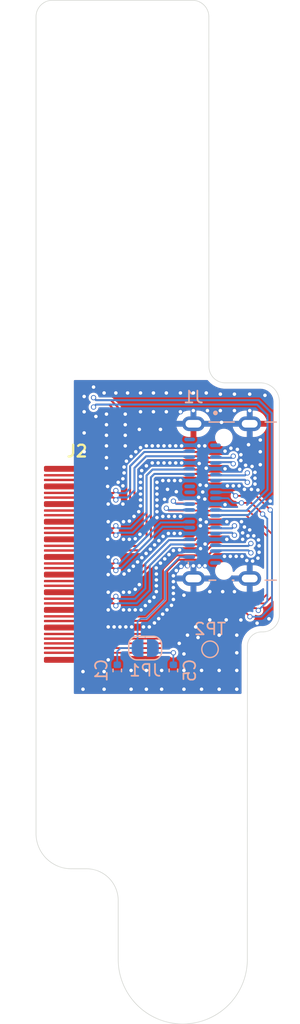
<source format=kicad_pcb>
(kicad_pcb (version 20240108) (generator "pcbnew") (generator_version "8.0")
  (layers (0 "F.Cu" signal) (1 "In1.Cu" signal) (2 "In2.Cu" signal) (31 "B.Cu" signal) (34 "B.Paste" user) (35 "F.Paste" user) (36 "B.SilkS" user "B.Silkscreen") (37 "F.SilkS" user "F.Silkscreen") (38 "B.Mask" user) (39 "F.Mask" user) (44 "Edge.Cuts" user))
  (net 0 "")
  (net 1 "GND")
  (net 2 "3.3V_OPT")
  (net 3 "CLKREQ")
  (net 4 "TX3-")
  (net 5 "TX2-")
  (net 7 "RX3+")
  (net 8 "CLOCK-")
  (net 9 "SMB-")
  (net 10 "TX1-")
  (net 12 "RX0-")
  (net 13 "TX0-")
  (net 14 "TX2+")
  (net 15 "CLOCK+")
  (net 16 "TX1+")
  (net 17 "RX0+")
  (net 18 "RX2+")
  (net 20 "PEWAKE")
  (net 21 "TX0+")
  (net 22 "PEDET")
  (net 23 "SMB+")
  (net 24 "RX3-")
  (net 25 "TX3+")
  (net 26 "PERST")
  (net 27 "RX1+")
  (net 28 "RX1-")
  (net 29 "RX2-")
  (net 30 "3.3V")
  (footprint "" (layer "F.Cu") (at 187.1 68.8)
    (property "Reference" "")
    (property "Value" "")
  )
  (footprint "" (layer "F.Cu") (at 192.2 145.571829)
    (property "Reference" "")
    (property "Value" "")
  )
  (footprint "flex_connector:port_pcb" (layer "B.Cu") (at 182.876212 99 180)
    (property "Reference" "J2")
    (property "Value" "Conn_01x38_Pin")
  )
  (footprint "amphenol_oculink:AMPHENOL_G14A42121B12HR" (layer "B.Cu") (at 195.7 106.6 -90)
    (property "Reference" "J1")
    (property "Value" "G14A42121B12HR")
  )
  (footprint "TestPoint:TestPoint_Pad_D1.0mm" (layer "B.Cu") (at 194.52 119.2 180)
    (property "Reference" "TP2")
    (property "Value" "TP_GND_2")
  )
  (footprint "Jumper:SolderJumper-2_P1.3mm_Open_RoundedPad1.0x1.5mm" (layer "B.Cu") (at 189 119.1)
    (property "Reference" "JP1")
    (property "Value" "SolderJumper_2_Open")
  )
  (footprint "Capacitor_SMD:C_0402_1005Metric" (layer "B.Cu") (at 191.4 121 -90)
    (property "Reference" "C5")
    (property "Value" "100n")
  )
  (footprint "Capacitor_SMD:C_0402_1005Metric" (layer "B.Cu") (at 186.62 121 -90)
    (property "Reference" "C1")
    (property "Value" "100n")
  )
  (gr_line (start 187.625 112.5) (end 190.675 109.45) (stroke (width 0.2)) (layer "F.Cu") (net 1))
  (gr_line (start 179.7 100.371829) (end 179.699998 65.399998) (stroke (width 0.05)) (layer "Edge.Cuts"))
  (gr_arc (start 179.699998 65.399998) (mid 180.110049 64.410049) (end 181.099998 63.999998) (stroke (width 0.05)) (layer "Edge.Cuts"))
  (gr_arc (start 197.705 118.925) (mid 198.056472 118.076473) (end 198.905 117.725) (stroke (width 0.05)) (layer "Edge.Cuts"))
  (gr_line (start 198.905 117.725) (end 199.005 117.725) (stroke (width 0.05)) (layer "Edge.Cuts"))
  (gr_line (start 186.7 145.571829) (end 186.7 140.571829) (stroke (width 0.05)) (layer "Edge.Cuts"))
  (gr_line (start 179.7 134.871829) (end 179.7 100.371829) (stroke (width 0.05)) (layer "Edge.Cuts"))
  (gr_line (start 197.7 141.871829) (end 197.7 145.571829) (stroke (width 0.05)) (layer "Edge.Cuts"))
  (gr_arc (start 197.7 145.571829) (mid 192.2 151.071829) (end 186.7 145.571829) (stroke (width 0.05)) (layer "Edge.Cuts"))
  (gr_arc (start 182.7 137.871829) (mid 180.57868 136.993149) (end 179.7 134.871829) (stroke (width 0.05)) (layer "Edge.Cuts"))
  (gr_arc (start 195.825 96.54) (mid 194.835051 96.129949) (end 194.425 95.14) (stroke (width 0.05)) (layer "Edge.Cuts"))
  (gr_line (start 197.7 141.871829) (end 197.705 118.925) (stroke (width 0.05)) (layer "Edge.Cuts"))
  (gr_arc (start 200.43 116.3) (mid 200.012628 117.307628) (end 199.005 117.725) (stroke (width 0.05)) (layer "Edge.Cuts"))
  (gr_line (start 194.425 95.14) (end 194.420051 65.4) (stroke (width 0.05)) (layer "Edge.Cuts"))
  (gr_arc (start 193.020051 64) (mid 194.01 64.410051) (end 194.420051 65.4) (stroke (width 0.05)) (layer "Edge.Cuts"))
  (gr_arc (start 198.825 96.54) (mid 199.956361 97.008631) (end 200.425 98.14) (stroke (width 0.05)) (layer "Edge.Cuts"))
  (gr_line (start 181.099998 63.999998) (end 193.020051 64) (stroke (width 0.05)) (layer "Edge.Cuts"))
  (gr_arc (start 184 137.871829) (mid 185.909188 138.662641) (end 186.7 140.571829) (stroke (width 0.05)) (layer "Edge.Cuts"))
  (gr_line (start 200.425 98.14) (end 200.43 116.3) (stroke (width 0.05)) (layer "Edge.Cuts"))
  (gr_line (start 184 137.871829) (end 182.7 137.871829) (stroke (width 0.05)) (layer "Edge.Cuts"))
  (gr_line (start 198.825 96.54) (end 195.825 96.54) (stroke (width 0.05)) (layer "Edge.Cuts"))
  (via (at 191.975 109.35) (size 0.45) (drill 0.3) (layers "F.Cu" "B.Cu") (net 1))
  (via (at 195.4 98.9) (size 0.45) (drill 0.3) (layers "F.Cu" "B.Cu") (net 1))
  (via (at 198.15 111.7) (size 0.45) (drill 0.3) (layers "F.Cu" "B.Cu") (net 1))
  (via (at 190.5 104.85) (size 0.45) (drill 0.3) (layers "F.Cu" "B.Cu") (net 1))
  (via (at 185.85 111.35) (size 0.45) (drill 0.3) (layers "F.Cu" "B.Cu") (net 1))
  (via (at 197.9 98.9) (size 0.45) (drill 0.3) (layers "F.Cu" "B.Cu") (net 1))
  (via (at 191.925 110.75) (size 0.45) (drill 0.3) (layers "F.Cu" "B.Cu") (net 1))
  (via (at 188.6 107) (size 0.45) (drill 0.3) (layers "F.Cu" "B.Cu") (net 1))
  (via (at 187.2 104.2) (size 0.45) (drill 0.3) (layers "F.Cu" "B.Cu") (net 1))
  (via (at 190.65 106.45) (size 0.45) (drill 0.3) (layers "F.Cu" "B.Cu") (net 1))
  (via (at 190.4 121) (size 0.45) (drill 0.3) (layers "F.Cu" "B.Cu") (net 1))
  (via (at 187.9875 112.1375) (size 0.45) (drill 0.3) (layers "F.Cu" "B.Cu") (net 1))
  (via (at 191.9 118.7) (size 0.45) (drill 0.3) (layers "F.Cu" "B.Cu") (net 1))
  (via (at 192.05 112.15) (size 0.45) (drill 0.3) (layers "F.Cu" "B.Cu") (net 1))
  (via (at 187.8 121) (size 0.45) (drill 0.3) (layers "F.Cu" "B.Cu") (net 1))
  (via (at 189.6 101.9) (size 0.45) (drill 0.3) (layers "F.Cu" "B.Cu") (net 1))
  (via (at 197.15 116.71) (size 0.45) (drill 0.3) (layers "F.Cu" "B.Cu") (net 1))
  (via (at 190.525 109.6) (size 0.45) (drill 0.3) (layers "F.Cu" "B.Cu") (net 1))
  (via (at 191.6 101.9) (size 0.45) (drill 0.3) (layers "F.Cu" "B.Cu") (net 1))
  (via (at 190.4875 116.2125) (size 0.45) (drill 0.3) (layers "F.Cu" "B.Cu") (net 1))
  (via (at 193.1 98.9) (size 0.45) (drill 0.3) (layers "F.Cu" "B.Cu") (net 1))
  (via (at 186.7 105) (size 0.45) (drill 0.3) (layers "F.Cu" "B.Cu") (net 1))
  (via (at 192 97.4) (size 0.45) (drill 0.3) (layers "F.Cu" "B.Cu") (net 1))
  (via (at 193.55 106.275) (size 0.45) (drill 0.3) (layers "F.Cu" "B.Cu") (net 1))
  (via (at 193.8 121) (size 0.45) (drill 0.3) (layers "F.Cu" "B.Cu") (net 1))
  (via (at 194.1 112.1) (size 0.45) (drill 0.3) (layers "F.Cu" "B.Cu") (net 1))
  (via (at 185.85 120.1) (size 0.45) (drill 0.3) (layers "F.Cu" "B.Cu") (net 1))
  (via (at 195.3 122.6) (size 0.45) (drill 0.3) (layers "F.Cu" "B.Cu") (net 1))
  (via (at 193.575 101.9) (size 0.45) (drill 0.3) (layers "F.Cu" "B.Cu") (net 1))
  (via (at 189.375 115.125) (size 0.45) (drill 0.3) (layers "F.Cu" "B.Cu") (net 1))
  (via (at 188.7 104) (size 0.45) (drill 0.3) (layers "F.Cu" "B.Cu") (net 1))
  (via (at 196.8 121) (size 0.45) (drill 0.3) (layers "F.Cu" "B.Cu") (net 1))
  (via (at 193.1 97.4) (size 0.45) (drill 0.3) (layers "F.Cu" "B.Cu") (net 1))
  (via (at 183.7 122.6) (size 0.45) (drill 0.3) (layers "F.Cu" "B.Cu") (net 1))
  (via (at 188.6 104.5) (size 0.45) (drill 0.3) (layers "F.Cu" "B.Cu") (net 1))
  (via (at 194.5 114.3) (size 0.45) (drill 0.3) (layers "F.Cu" "B.Cu") (net 1))
  (via (at 191.4 113.45) (size 0.45) (drill 0.3) (layers "F.Cu" "B.Cu") (net 1))
  (via (at 189.1 122.6) (size 0.45) (drill 0.3) (layers "F.Cu" "B.Cu") (net 1))
  (via (at 193.9 105.825) (size 0.45) (drill 0.3) (layers "F.Cu" "B.Cu") (net 1))
  (via (at 193.5 118.2) (size 0.45) (drill 0.3) (layers "F.Cu" "B.Cu") (net 1))
  (via (at 197.2 108.35) (size 0.45) (drill 0.3) (layers "F.Cu" "B.Cu") (net 1))
  (via (at 196.8 122.6) (size 0.45) (drill 0.3) (layers "F.Cu" "B.Cu") (net 1))
  (via (at 193.6 103.4) (size 0.45) (drill 0.3) (layers "F.Cu" "B.Cu") (net 1))
  (via (at 198.65 109.9) (size 0.45) (drill 0.3) (layers "F.Cu" "B.Cu") (net 1))
  (via (at 185.7 99.2) (size 0.45) (drill 0.3) (layers "F.Cu" "B.Cu") (net 1))
  (via (at 190.85 115.85) (size 0.45) (drill 0.3) (layers "F.Cu" "B.Cu") (net 1))
  (via (at 197.45 105.6) (size 0.45) (drill 0.3) (layers "F.Cu" "B.Cu") (net 1))
  (via (at 198.53 116.98) (size 0.45) (drill 0.3) (layers "F.Cu" "B.Cu") (net 1))
  (via (at 185.85 117.3) (size 0.45) (drill 0.3) (layers "F.Cu" "B.Cu") (net 1))
  (via (at 194.3 98.9) (size 0.45) (drill 0.3) (layers "F.Cu" "B.Cu") (net 1))
  (via (at 197.9 97.5) (size 0.45) (drill 0.3) (layers "F.Cu" "B.Cu") (net 1))
  (via (at 198.7 110.4) (size 0.45) (drill 0.3) (layers "F.Cu" "B.Cu") (net 1))
  (via (at 188.6 97.4) (size 0.45) (drill 0.3) (layers "F.Cu" "B.Cu") (net 1))
  (via (at 192 107.9) (size 0.45) (drill 0.3) (layers "F.Cu" "B.Cu") (net 1))
  (via (at 185.85 112.85) (size 0.45) (drill 0.3) (layers "F.Cu" "B.Cu") (net 1))
  (via (at 186.5 97.4) (size 0.45) (drill 0.3) (layers "F.Cu" "B.Cu") (net 1))
  (via (at 192 99) (size 0.45) (drill 0.3) (layers "F.Cu" "B.Cu") (net 1))
  (via (at 191.4 113.95) (size 0.45) (drill 0.3) (layers "F.Cu" "B.Cu") (net 1))
  (via (at 191.1 101.9) (size 0.45) (drill 0.3) (layers "F.Cu" "B.Cu") (net 1))
  (via (at 198.6 111.45) (size 0.45) (drill 0.3) (layers "F.Cu" "B.Cu") (net 1))
  (via (at 187.65 115.85) (size 0.45) (drill 0.3) (layers "F.Cu" "B.Cu") (net 1))
  (via (at 187.8 102.8) (size 0.45) (drill 0.3) (layers "F.Cu" "B.Cu") (net 1))
  (via (at 189.1 121) (size 0.45) (drill 0.3) (layers "F.Cu" "B.Cu") (net 1))
  (via (at 198.35 104.65) (size 0.45) (drill 0.3) (layers "F.Cu" "B.Cu") (net 1))
  (via (at 185.85 114.35) (size 0.45) (drill 0.3) (layers "F.Cu" "B.Cu") (net 1))
  (via (at 190.975 109.35) (size 0.45) (drill 0.3) (layers "F.Cu" "B.Cu") (net 1))
  (via (at 187.2 103.7) (size 0.45) (drill 0.3) (layers "F.Cu" "B.Cu") (net 1))
  (via (at 188.6 99) (size 0.45) (drill 0.3) (layers "F.Cu" "B.Cu") (net 1))
  (via (at 194.1 110.25) (size 0.45) (drill 0.3) (layers "F.Cu" "B.Cu") (net 1))
  (via (at 189.95 114.3) (size 0.45) (drill 0.3) (layers "F.Cu" "B.Cu") (net 1))
  (via (at 190.1 101.9) (size 0.45) (drill 0.3) (layers "F.Cu" "B.Cu") (net 1))
  (via (at 183.8 100.8) (size 0.45) (drill 0.3) (layers "F.Cu" "B.Cu") (net 1))
  (via (at 191.1 103.35) (size 0.45) (drill 0.3) (layers "F.Cu" "B.Cu") (net 1))
  (via (at 187.4 103.2) (size 0.45) (drill 0.3) (layers "F.Cu" "B.Cu") (net 1))
  (via (at 189.95 112.8) (size 0.45) (drill 0.3) (layers "F.Cu" "B.Cu") (net 1))
  (via (at 187.5 97.4) (size 0.45) (drill 0.3) (layers "F.Cu" "B.Cu") (net 1))
  (via (at 192.6 112.1) (size 0.45) (drill 0.3) (layers "F.Cu" "B.Cu") (net 1))
  (via (at 194.2 103.8) (size 0.45) (drill 0.3) (layers "F.Cu" "B.Cu") (net 1))
  (via (at 188.45 107.5) (size 0.45) (drill 0.3) (layers "F.Cu" "B.Cu") (net 1))
  (via (at 191.2375 115.4625) (size 0.45) (drill 0.3) (layers "F.Cu" "B.Cu") (net 1))
  (via (at 191.025 111.15) (size 0.45) (drill 0.3) (layers "F.Cu" "B.Cu") (net 1))
  (via (at 187.35 117.3) (size 0.45) (drill 0.3) (layers "F.Cu" "B.Cu") (net 1))
  (via (at 196.8 118) (size 0.45) (drill 0.3) (layers "F.Cu" "B.Cu") (net 1))
  (via (at 197.3 109.85) (size 0.45) (drill 0.3) (layers "F.Cu" "B.Cu") (net 1))
  (via (at 190 106) (size 0.45) (drill 0.3) (layers "F.Cu" "B.Cu") (net 1))
  (via (at 190.1 103.35) (size 0.45) (drill 0.3) (layers "F.Cu" "B.Cu") (net 1))
  (via (at 196.75 111.3) (size 0.45) (drill 0.3) (layers "F.Cu" "B.Cu") (net 1))
  (via (at 194.5 116.7) (size 0.45) (drill 0.3) (layers "F.Cu" "B.Cu") (net 1))
  (via (at 190.4 122.6) (size 0.45) (drill 0.3) (layers "F.Cu" "B.Cu") (net 1))
  (via (at 185.5 122.6) (size 0.45) (drill 0.3) (layers "F.Cu" "B.Cu") (net 1))
  (via (at 198.6 105.65) (size 0.45) (drill 0.3) (layers "F.Cu" "B.Cu") (net 1))
  (via (at 197.55 103.55) (size 0.45) (drill 0.3) (layers "F.Cu" "B.Cu") (net 1))
  (via (at 187.1 105.3) (size 0.45) (drill 0.3) (layers "F.Cu" "B.Cu") (net 1))
  (via (at 195.8 102.35) (size 0.45) (drill 0.3) (layers "F.Cu" "B.Cu") (net 1))
  (via (at 188.15 109.8) (size 0.45) (drill 0.3) (layers "F.Cu" "B.Cu") (net 1))
  (via (at 185.7 100.1) (size 0.45) (drill 0.3) (layers "F.Cu" "B.Cu") (net 1))
  (via (at 188.65 115.85) (size 0.45) (drill 0.3) (layers "F.Cu" "B.Cu") (net 1))
  (via (at 187.15 109.85) (size 0.45) (drill 0.3) (layers "F.Cu" "B.Cu") (net 1))
  (via (at 192.3 119.6) (size 0.45) (drill 0.3) (layers "F.Cu" "B.Cu") (net 1))
  (via (at 189.35 117.3) (size 0.45) (drill 0.3) (layers "F.Cu" "B.Cu") (net 1))
  (via (at 189.7875 116.9625) (size 0.45) (drill 0.3) (layers "F.Cu" "B.Cu") (net 1))
  (via (at 199.65 106.6) (size 0.45) (drill 0.3) (layers "F.Cu" "B.Cu") (net 1))
  (via (at 187.3 101) (size 0.45) (drill 0.3) (layers "F.Cu" "B.Cu") (net 1))
  (via (at 187.15 114.35) (size 0.45) (drill 0.3) (layers "F.Cu" "B.Cu") (net 1))
  (via (at 190.15 116.6) (size 0.45) (drill 0.3) (layers "F.Cu" "B.Cu") (net 1))
  (via (at 184.8 99.4) (size 0.45) (drill 0.3) (layers "F.Cu" "B.Cu") (net 1))
  (via (at 188.15 115.85) (size 0.45) (drill 0.3) (layers "F.Cu" "B.Cu") (net 1))
  (via (at 190 107.5) (size 0.45) (drill 0.3) (layers "F.Cu" "B.Cu") (net 1))
  (via (at 197 105.3) (size 0.45) (drill 0.3) (layers "F.Cu" "B.Cu") (net 1))
  (via (at 192.6 118) (size 0.45) (drill 0.3) (layers "F.Cu" "B.Cu") (net 1))
  (via (at 190.6 103.35) (size 0.45) (drill 0.3) (layers "F.Cu" "B.Cu") (net 1))
  (via (at 187.85 117.3) (size 0.45) (drill 0.3) (layers "F.Cu" "B.Cu") (net 1))
  (via (at 189.0125 115.4875) (size 0.45) (drill 0.3) (layers "F.Cu" "B.Cu") (net 1))
  (via (at 197.25 111.3) (size 0.45) (drill 0.3) (layers "F.Cu" "B.Cu") (net 1))
  (via (at 189.7 97.4) (size 0.45) (drill 0.3) (layers "F.Cu" "B.Cu") (net 1))
  (via (at 193.1 112.1) (size 0.45) (drill 0.3) (layers "F.Cu" "B.Cu") (net 1))
  (via (at 194.2 97.4) (size 0.45) (drill 0.3) (layers "F.Cu" "B.Cu") (net 1))
  (via (at 187.65 114.35) (size 0.45) (drill 0.3) (layers "F.Cu" "B.Cu") (net 1))
  (via (at 189.95 113.3) (size 0.45) (drill 0.3) (layers "F.Cu" "B.Cu") (net 1))
  (via (at 187.15 108.35) (size 0.45) (drill 0.3) (layers "F.Cu" "B.Cu") (net 1))
  (via (at 197.65 111.65) (size 0.45) (drill 0.3) (layers "F.Cu" "B.Cu") (net 1))
  (via (at 189.95 113.8) (size 0.45) (drill 0.3) (layers "F.Cu" "B.Cu") (net 1))
  (via (at 189.075 111.05) (size 0.45) (drill 0.3) (layers "F.Cu" "B.Cu") (net 1))
  (via (at 191 107.9) (size 0.45) (drill 0.3) (layers "F.Cu" "B.Cu") (net 1))
  (via (at 190.3 111.875) (size 0.45) (drill 0.3) (layers "F.Cu" "B.Cu") (net 1))
  (via (at 185.7 103.8) (size 0.45) (drill 0.3) (layers "F.Cu" "B.Cu") (net 1))
  (via (at 193.3 117.3) (size 0.45) (drill 0.3) (layers "F.Cu" "B.Cu") (net 1))
  (via (at 196.25 111.3) (size 0.45) (drill 0.3) (layers "F.Cu" "B.Cu") (net 1))
  (via (at 191 104.85) (size 0.45) (drill 0.3) (layers "F.Cu" "B.Cu") (net 1))
  (via (at 195.75 111.3) (size 0.45) (drill 0.3) (layers "F.Cu" "B.Cu") (net 1))
  (via (at 189.6 103.35) (size 0.45) (drill 0.3) (layers "F.Cu" "B.Cu") (net 1))
  (via (at 189.75 114.775) (size 0.45) (drill 0.3) (layers "F.Cu" "B.Cu") (net 1))
  (via (at 191.4 112.95) (size 0.45) (drill 0.3) (layers "F.Cu" "B.Cu") (net 1))
  (via (at 185.5 121.1) (size 0.45) (drill 0.3) (layers "F.Cu" "B.Cu") (net 1))
  (via (at 191.4 110.8) (size 0.45) (drill 0.3) (layers "F.Cu" "B.Cu") (net 1))
  (via (at 194.2 105.275) (size 0.45) (drill 0.3) (layers "F.Cu" "B.Cu") (net 1))
  (via (at 184.6 96.9) (size 0.45) (drill 0.3) (layers "F.Cu" "B.Cu") (net 1))
  (via (at 189.4375 110.6875) (size 0.45) (drill 0.3) (layers "F.Cu" "B.Cu") (net 1))
  (via (at 198.7 110.95) (size 0.45) (drill 0.3) (layers "F.Cu" "B.Cu") (net 1))
  (via (at 199.54 116.61) (size 0.45) (drill 0.3) (layers "F.Cu" "B.Cu") (net 1))
  (via (at 195.95 108.35) (size 0.45) (drill 0.3) (layers "F.Cu" "B.Cu") (net 1))
  (via (at 187.2 112.8) (size 0.45) (drill 0.3) (layers "F.Cu" "B.Cu") (net 1))
  (via (at 190.8 97.4) (size 0.45) (drill 0.3) (layers "F.Cu" "B.Cu") (net 1))
  (via (at 183.8 97.7) (size 0.45) (drill 0.3) (layers "F.Cu" "B.Cu") (net 1))
  (via (at 188.6 106.5) (size 0.45) (drill 0.3) (layers "F.Cu" "B.Cu") (net 1))
  (via (at 189.1 103.6) (size 0.45) (drill 0.3) (layers "F.Cu" "B.Cu") (net 1))
  (via (at 198.35 105.15) (size 0.45) (drill 0.3) (layers "F.Cu" "B.Cu") (net 1))
  (via (at 193.6 112.1) (size 0.45) (drill 0.3) (layers "F.Cu" "B.Cu") (net 1))
  (via (at 195.3 121) (size 0.45) (drill 0.3) (layers "F.Cu" "B.Cu") (net 1))
  (via (at 188.6 105) (size 0.45) (drill 0.3) (layers "F.Cu" "B.Cu") (net 1))
  (via (at 187.3 100.1) (size 0.45) (drill 0.3) (layers "F.Cu" "B.Cu") (net 1))
  (via (at 191.401782 114.965486) (size 0.45) (drill 0.3) (layers "F.Cu" "B.Cu") (net 1))
  (via (at 189.1 101.9) (size 0.45) (drill 0.3) (layers "F.Cu" "B.Cu") (net 1))
  (via (at 199.2 97.6) (size 0.45) (drill 0.3) (layers "F.Cu" "B.Cu") (net 1))
  (via (at 185.8 105.35) (size 0.45) (drill 0.3) (layers "F.Cu" "B.Cu") (net 1))
  (via (at 189.7 99) (size 0.45) (drill 0.3) (layers "F.Cu" "B.Cu") (net 1))
  (via (at 188.7125 111.4125) (size 0.45) (drill 0.3) (layers "F.Cu" "B.Cu") (net 1))
  (via (at 187.65 109.85) (size 0.45) (drill 0.3) (layers "F.Cu" "B.Cu") (net 1))
  (via (at 197.15 103.15) (size 0.45) (drill 0.3) (layers "F.Cu" "B.Cu") (net 1))
  (via (at 196.6 98.9) (size 0.45) (drill 0.3) (layers "F.Cu" "B.Cu") (net 1))
  (via (at 191.475 109.35) (size 0.45) (drill 0.3) (layers "F.Cu" "B.Cu") (net 1))
  (via (at 193.7 108.7) (size 0.45) (drill 0.3) (layers "F.Cu" "B.Cu") (net 1))
  (via (at 187.3 99.2) (size 0.45) (drill 0.3) (layers "F.Cu" "B.Cu") (net 1))
  (via (at 183.7 121.1) (size 0.45) (drill 0.3) (layers "F.Cu" "B.Cu") (net 1))
  (via (at 196.5 105.3) (size 0.45) (drill 0.3) (layers "F.Cu" "B.Cu") (net 1))
  (via (at 188.6 105.5) (size 0.45) (drill 0.3) (layers "F.Cu" "B.Cu") (net 1))
  (via (at 195.95 109.85) (size 0.45) (drill 0.3) (layers "F.Cu" "B.Cu") (net 1))
  (via (at 187.1 106.85) (size 0.45) (drill 0.3) (layers "F.Cu" "B.Cu") (net 1))
  (via (at 196 105.3) (size 0.45) (drill 0.3) (layers "F.Cu" "B.Cu") (net 1))
  (via (at 193.675 105.225) (size 0.45) (drill 0.3) (layers "F.Cu" "B.Cu") (net 1))
  (via (at 188.6 102.05) (size 0.45) (drill 0.3) (layers "F.Cu" "B.Cu") (net 1))
  (via (at 194.075 101.9) (size 0.45) (drill 0.3) (layers "F.Cu" "B.Cu") (net 1))
  (via (at 188.05 107.9) (size 0.45) (drill 0.3) (layers "F.Cu" "B.Cu") (net 1))
  (via (at 198.1 103.65) (size 0.45) (drill 0.3) (layers "F.Cu" "B.Cu") (net 1))
  (via (at 185.8 109.85) (size 0.45) (drill 0.3) (layers "F.Cu" "B.Cu") (net 1))
  (via (at 187.15 115.85) (size 0.45) (drill 0.3) (layers "F.Cu" "B.Cu") (net 1))
  (via (at 193.7125 110.6375) (size 0.45) (drill 0.3) (layers "F.Cu" "B.Cu") (net 1))
  (via (at 191.6 103.35) (size 0.45) (drill 0.3) (layers "F.Cu" "B.Cu") (net 1))
  (via (at 187.625 112.5) (size 0.45) (drill 0.3) (layers "F.Cu" "B.Cu") (net 1))
  (via (at 188.6 106) (size 0.45) (drill 0.3) (layers "F.Cu" "B.Cu") (net 1))
  (via (at 192 104.85) (size 0.45) (drill 0.3) (layers "F.Cu" "B.Cu") (net 1))
  (via (at 196.6 97.5) (size 0.45) (drill 0.3) (layers "F.Cu" "B.Cu") (net 1))
  (via (at 190.3 100.5) (size 0.45) (drill 0.3) (layers "F.Cu" "B.Cu") (net 1))
  (via (at 192.1 101.9) (size 0.45) (drill 0.3) (layers "F.Cu" "B.Cu") (net 1))
  (via (at 191.4 114.45) (size 0.45) (drill 0.3) (layers "F.Cu" "B.Cu") (net 1))
  (via (at 183.8 102.4) (size 0.45) (drill 0.3) (layers "F.Cu" "B.Cu") (net 1))
  (via (at 187.3 101.9) (size 0.45) (drill 0.3) (layers "F.Cu" "B.Cu") (net 1))
  (via (at 191.5 104.85) (size 0.45) (drill 0.3) (layers "F.Cu" "B.Cu") (net 1))
  (via (at 190 105) (size 0.45) (drill 0.3) (layers "F.Cu" "B.Cu") (net 1))
  (via (at 196.8 119.5) (size 0.45) (drill 0.3) (layers "F.Cu" "B.Cu") (net 1))
  (via (at 195.9 116.7) (size 0.45) (drill 0.3) (layers "F.Cu" "B.Cu") (net 1))
  (via (at 185.5 97.4) (size 0.45) (drill 0.3) (layers "F.Cu" "B.Cu") (net 1))
  (via (at 189.939113 112.280844) (size 0.45) (drill 0.3) (layers "F.Cu" "B.Cu") (net 1))
  (via (at 194.2 108.375) (size 0.45) (drill 0.3) (layers "F.Cu" "B.Cu") (net 1))
  (via (at 190 106.5) (size 0.45) (drill 0.3) (layers "F.Cu" "B.Cu") (net 1))
  (via (at 197.75 109.55) (size 0.45) (drill 0.3) (layers "F.Cu" "B.Cu") (net 1))
  (via (at 198.25 109.55) (size 0.45) (drill 0.3) (layers "F.Cu" "B.Cu") (net 1))
  (via (at 185.7 102.9) (size 0.45) (drill 0.3) (layers "F.Cu" "B.Cu") (net 1))
  (via (at 189.8 110.325) (size 0.45) (drill 0.3) (layers "F.Cu" "B.Cu") (net 1))
  (via (at 190.9 105.6) (size 0.45) (drill 0.3) (layers "F.Cu" "B.Cu") (net 1))
  (via (at 185.7 101) (size 0.45) (drill 0.3) (layers "F.Cu" "B.Cu") (net 1))
  (via (at 186.35 117.3) (size 0.45) (drill 0.3) (layers "F.Cu" "B.Cu") (net 1))
  (via (at 195.4 97.5) (size 0.45) (drill 0.3) (layers "F.Cu" "B.Cu") (net 1))
  (via (at 190.5 107.9) (size 0.45) (drill 0.3) (layers "F.Cu" "B.Cu") (net 1))
  (via (at 190.6 101.9) (size 0.45) (drill 0.3) (layers "F.Cu" "B.Cu") (net 1))
  (via (at 190 108) (size 0.45) (drill 0.3) (layers "F.Cu" "B.Cu") (net 1))
  (via (at 197.3 109.3) (size 0.45) (drill 0.3) (layers "F.Cu" "B.Cu") (net 1))
  (via (at 188.2 102.4) (size 0.45) (drill 0.3) (layers "F.Cu" "B.Cu") (net 1))
  (via (at 190.6625 111.5125) (size 0.45) (drill 0.3) (layers "F.Cu" "B.Cu") (net 1))
  (via (at 185.85 106.85) (size 0.45) (drill 0.3) (layers "F.Cu" "B.Cu") (net 1))
  (via (at 192.1 103.35) (size 0.45) (drill 0.3) (layers "F.Cu" "B.Cu") (net 1))
  (via (at 194.075 106.425) (size 0.45) (drill 0.3) (layers "F.Cu" "B.Cu") (net 1))
  (via (at 188.5 113.7) (size 0.45) (drill 0.3) (layers "F.Cu" "B.Cu") (net 1))
  (via (at 198.35 104.15) (size 0.45) (drill 0.3) (layers "F.Cu" "B.Cu") (net 1))
  (via (at 193.8 122.6) (size 0.45) (drill 0.3) (layers "F.Cu" "B.Cu") (net 1))
  (via (at 195.6 114.3) (size 0.45) (drill 0.3) (layers "F.Cu" "B.Cu") (net 1))
  (via (at 185.85 115.85) (size 0.45) (drill 0.3) (layers "F.Cu" "B.Cu") (net 1))
  (via (at 190.8 99) (size 0.45) (drill 0.3) (layers "F.Cu" "B.Cu") (net 1))
  (via (at 197.15 102.65) (size 0.45) (drill 0.3) (layers "F.Cu" "B.Cu") (net 1))
  (via (at 198.8 102.4) (size 0.45) (drill 0.3) (layers "F.Cu" "B.Cu") (net 1))
  (via (at 188.85 117.3) (size 0.45) (drill 0.3) (layers "F.Cu" "B.Cu") (net 1))
  (via (at 188.15 114.1) (size 0.45) (drill 0.3) (layers "F.Cu" "B.Cu") (net 1))
  (via (at 197.8 101.8) (size 0.45) (drill 0.3) (layers "F.Cu" "B.Cu") (net 1))
  (via (at 196.85 102.2) (size 0.45) (drill 0.3) (layers "F.Cu" "B.Cu") (net 1))
  (via (at 191.65 105.8) (size 0.45) (drill 0.3) (layers "F.Cu" "B.Cu") (net 1))
  (via (at 186.85 117.3) (size 0.45) (drill 0.3) (layers "F.Cu" "B.Cu") (net 1))
  (via (at 192.3 122.6) (size 0.45) (drill 0.3) (layers "F.Cu" "B.Cu") (net 1))
  (via (at 185.85 108.35) (size 0.45) (drill 0.3) (layers "F.Cu" "B.Cu") (net 1))
  (via (at 195.8 103.85) (size 0.45) (drill 0.3) (layers "F.Cu" "B.Cu") (net 1))
  (via (at 188.5 100.5) (size 0.45) (drill 0.3) (layers "F.Cu" "B.Cu") (net 1))
  (via (at 191.5 107.9) (size 0.45) (drill 0.3) (layers "F.Cu" "B.Cu") (net 1))
  (via (at 195.3 118) (size 0.45) (drill 0.3) (layers "F.Cu" "B.Cu") (net 1))
  (via (at 190 107) (size 0.45) (drill 0.3) (layers "F.Cu" "B.Cu") (net 1))
  (via (at 197.45 108.8) (size 0.45) (drill 0.3) (layers "F.Cu" "B.Cu") (net 1))
  (via (at 192.3 114.6) (size 0.45) (drill 0.3) (layers "F.Cu" "B.Cu") (net 1))
  (via (at 197.05 103.9) (size 0.45) (drill 0.3) (layers "F.Cu" "B.Cu") (net 1))
  (via (at 188.55 109.425) (size 0.45) (drill 0.3) (layers "F.Cu" "B.Cu") (net 1))
  (via (at 187.8 122.6) (size 0.45) (drill 0.3) (layers "F.Cu" "B.Cu") (net 1))
  (via (at 188.35 111.775) (size 0.45) (drill 0.3) (layers "F.Cu" "B.Cu") (net 1))
  (via (at 197.9 109.05) (size 0.45) (drill 0.3) (layers "F.Cu" "B.Cu") (net 1))
  (via (at 193.7 108.175) (size 0.45) (drill 0.3) (layers "F.Cu" "B.Cu") (net 1))
  (via (at 183.8 99) (size 0.45) (drill 0.3) (layers "F.Cu" "B.Cu") (net 1))
  (via (at 196.6 114.3) (size 0.45) (drill 0.3) (layers "F.Cu" "B.Cu") (net 1))
  (via (at 187.65 108.3) (size 0.45) (drill 0.3) (layers "F.Cu" "B.Cu") (net 1))
  (via (at 195.8 106.9) (size 0.45) (drill 0.3) (layers "F.Cu" "B.Cu") (net 1))
  (via (at 198.8 103.5) (size 0.45) (drill 0.3) (layers "F.Cu" "B.Cu") (net 1))
  (via (at 198.05 105.6) (size 0.45) (drill 0.3) (layers "F.Cu" "B.Cu") (net 1))
  (via (at 192.3 121) (size 0.45) (drill 0.3) (layers "F.Cu" "B.Cu") (net 1))
  (via (at 185.7 101.9) (size 0.45) (drill 0.3) (layers "F.Cu" "B.Cu") (net 1))
  (via (at 190.1625 109.9625) (size 0.45) (drill 0.3) (layers "F.Cu" "B.Cu") (net 1))
  (via (at 191.65 112.5) (size 0.45) (drill 0.3) (layers "F.Cu" "B.Cu") (net 1))
  (via (at 196.3 102.1) (size 0.45) (drill 0.3) (layers "F.Cu" "B.Cu") (net 1))
  (via (at 198.8 101.4) (size 0.45) (drill 0.3) (layers "F.Cu" "B.Cu") (net 1))
  (via (at 190 105.5) (size 0.45) (drill 0.3) (layers "F.Cu" "B.Cu") (net 1))
  (via (at 187.1 104.7) (size 0.45) (drill 0.3) (layers "F.Cu" "B.Cu") (net 1))
  (via (at 195.5 99.9) (size 0.45) (drill 0.3) (layers "F.Cu" "B.Cu") (net 1))
  (segment (start 191.4 119.5) (end 182.876212 119.5) (width 0.15) (layer "F.Cu") (net 2))
  (via (at 191.4 119.5) (size 0.45) (drill 0.3) (layers "F.Cu" "B.Cu") (net 2))
  (segment (start 189.65 119.1) (end 190.05 119.5) (width 0.15) (layer "B.Cu") (net 2))
  (segment (start 190.05 119.5) (end 191.4 119.5) (width 0.15) (layer "B.Cu") (net 2))
  (segment (start 191.4 119.5) (end 191.4 120.52) (width 0.15) (layer "B.Cu") (net 2))
  (segment (start 193.7 107.4) (end 194.1 107.8) (width 0.15) (layer "F.Cu") (net 3))
  (segment (start 193 114.9) (end 190 117.9) (width 0.15) (layer "F.Cu") (net 3))
  (segment (start 190 117.9) (end 182.876212 117.9) (width 0.15) (layer "F.Cu") (net 3))
  (segment (start 199 114.9) (end 193 114.9) (width 0.15) (layer "F.Cu") (net 3))
  (segment (start 199.4 109.6) (end 199.4 114.5) (width 0.15) (layer "F.Cu") (net 3))
  (segment (start 194.1 107.8) (end 197.6 107.8) (width 0.15) (layer "F.Cu") (net 3))
  (segment (start 190.8 107.2) (end 191 107.4) (width 0.15) (layer "F.Cu") (net 3))
  (segment (start 199.4 114.5) (end 199 114.9) (width 0.15) (layer "F.Cu") (net 3))
  (segment (start 191 107.4) (end 193.7 107.4) (width 0.15) (layer "F.Cu") (net 3))
  (segment (start 197.6 107.8) (end 199.4 109.6) (width 0.15) (layer "F.Cu") (net 3))
  (via (at 190.8 107.2) (size 0.45) (drill 0.3) (layers "F.Cu" "B.Cu") (net 3))
  (segment (start 190.95 107.35) (end 192.79 107.35) (width 0.15) (layer "B.Cu") (net 3))
  (segment (start 190.8 107.2) (end 190.95 107.35) (width 0.15) (layer "B.Cu") (net 3))
  (segment (start 182.890611 115.285601) (end 186.285601 115.285601) (width 0.1712) (layer "F.Cu") (net 4))
  (segment (start 182.586703 115.3) (end 182.601102 115.285601) (width 0.1712) (layer "F.Cu") (net 4))
  (segment (start 186.285601 115.285601) (end 186.5 115.5) (width 0.1712) (layer "F.Cu") (net 4))
  (via (at 186.5 115.5) (size 0.45) (drill 0.3) (layers "F.Cu" "B.Cu") (net 4))
  (segment (start 192.335 110.35) (end 192.79 110.35) (width 0.1712) (layer "B.Cu") (net 4))
  (segment (start 188.276879 115.285601) (end 189.3856 114.17688) (width 0.1712) (layer "B.Cu") (net 4))
  (segment (start 186.5 115.5) (end 186.714399 115.285601) (width 0.1712) (layer "B.Cu") (net 4))
  (segment (start 189.3856 112.07688) (end 191.17688 110.2856) (width 0.1712) (layer "B.Cu") (net 4))
  (segment (start 186.714399 115.285601) (end 188.276879 115.285601) (width 0.1712) (layer "B.Cu") (net 4))
  (segment (start 192.2706 110.2856) (end 192.335 110.35) (width 0.1712) (layer "B.Cu") (net 4))
  (segment (start 191.17688 110.2856) (end 192.2706 110.2856) (width 0.1712) (layer "B.Cu") (net 4))
  (segment (start 189.3856 114.17688) (end 189.3856 112.07688) (width 0.1712) (layer "B.Cu") (net 4))
  (segment (start 186.2856 112.2856) (end 185.290612 112.2856) (width 0.1712) (layer "F.Cu") (net 5))
  (segment (start 186.5 112.5) (end 186.2856 112.2856) (width 0.1712) (layer "F.Cu") (net 5))
  (segment (start 185.290612 112.2856) (end 185.276212 112.3) (width 0.1712) (layer "F.Cu") (net 5))
  (segment (start 185.276212 112.3) (end 182.876212 112.3) (width 0.1712) (layer "F.Cu") (net 5))
  (via (at 186.5 112.5) (size 0.45) (drill 0.3) (layers "F.Cu" "B.Cu") (net 5))
  (segment (start 186.976879 112.285601) (end 186.714399 112.285601) (width 0.1712) (layer "B.Cu") (net 5))
  (segment (start 192.335 108.85) (end 192.2706 108.7856) (width 0.1712) (layer "B.Cu") (net 5))
  (segment (start 190.47688 108.7856) (end 186.976879 112.285601) (width 0.1712) (layer "B.Cu") (net 5))
  (segment (start 192.79 108.85) (end 192.335 108.85) (width 0.1712) (layer "B.Cu") (net 5))
  (segment (start 186.714399 112.285601) (end 186.5 112.5) (width 0.1712) (layer "B.Cu") (net 5))
  (segment (start 192.2706 108.7856) (end 190.47688 108.7856) (width 0.1712) (layer "B.Cu") (net 5))
  (segment (start 186.626213 116.4) (end 186.640613 116.4144) (width 0.1712) (layer "F.Cu") (net 7))
  (segment (start 193.82312 111.2144) (end 194.623121 110.414399) (width 0.1712) (layer "F.Cu") (net 7))
  (segment (start 182.876212 116.4) (end 186.626213 116.4) (width 0.1712) (layer "F.Cu") (net 7))
  (segment (start 194.623121 110.414399) (end 197.785601 110.414399) (width 0.1712) (layer "F.Cu") (net 7))
  (segment (start 189.02312 116.4144) (end 190.5144 114.92312) (width 0.1712) (layer "F.Cu") (net 7))
  (segment (start 197.785601 110.414399) (end 198 110.2) (width 0.1712) (layer "F.Cu") (net 7))
  (segment (start 190.5144 114.92312) (end 190.5144 112.37312) (width 0.1712) (layer "F.Cu") (net 7))
  (segment (start 186.640613 116.4144) (end 189.02312 116.4144) (width 0.1712) (layer "F.Cu") (net 7))
  (segment (start 190.5144 112.37312) (end 191.67312 111.2144) (width 0.1712) (layer "F.Cu") (net 7))
  (segment (start 191.67312 111.2144) (end 193.82312 111.2144) (width 0.1712) (layer "F.Cu") (net 7))
  (via (at 198 110.2) (size 0.45) (drill 0.3) (layers "F.Cu" "B.Cu") (net 7))
  (segment (start 194.98 110.35) (end 195.044399 110.414399) (width 0.1712) (layer "B.Cu") (net 7))
  (segment (start 197.785601 110.414399) (end 198 110.2) (width 0.1712) (layer "B.Cu") (net 7))
  (segment (start 195.044399 110.414399) (end 197.785601 110.414399) (width 0.1712) (layer "B.Cu") (net 7))
  (segment (start 186.6856 104.17688) (end 186.07688 104.7856) (width 0.1712) (layer "F.Cu") (net 8))
  (segment (start 184.814399 98.014399) (end 186.076879 98.014399) (width 0.1712) (layer "F.Cu") (net 8))
  (segment (start 184.6 97.8) (end 184.814399 98.014399) (width 0.1712) (layer "F.Cu") (net 8))
  (segment (start 186.076879 98.014399) (end 186.6856 98.62312) (width 0.1712) (layer "F.Cu") (net 8))
  (segment (start 186.6856 98.62312) (end 186.6856 104.17688) (width 0.1712) (layer "F.Cu") (net 8))
  (segment (start 186.07688 104.7856) (end 185.290612 104.7856) (width 0.1712) (layer "F.Cu") (net 8))
  (segment (start 185.290612 104.7856) (end 185.276212 104.8) (width 0.1712) (layer "F.Cu") (net 8))
  (segment (start 185.276212 104.8) (end 182.876212 104.8) (width 0.1712) (layer "F.Cu") (net 8))
  (via (at 184.6 97.8) (size 0.45) (drill 0.3) (layers "F.Cu" "B.Cu") (net 8))
  (segment (start 194.98 107.85) (end 195.435 107.85) (width 0.1712) (layer "B.Cu") (net 8))
  (segment (start 187.499999 98.014399) (end 184.814399 98.014399) (width 0.1712) (layer "B.Cu") (net 8))
  (segment (start 199.7856 105.77688) (end 199.7856 99.12312) (width 0.1712) (layer "B.Cu") (net 8))
  (segment (start 187.5 98.0144) (end 187.499999 98.014399) (width 0.1712) (layer "B.Cu") (net 8))
  (segment (start 184.814399 98.014399) (end 184.6 97.8) (width 0.1712) (layer "B.Cu") (net 8))
  (segment (start 195.435 107.85) (end 195.4994 107.7856) (width 0.1712) (layer "B.Cu") (net 8))
  (segment (start 195.4994 107.7856) (end 197.77688 107.7856) (width 0.1712) (layer "B.Cu") (net 8))
  (segment (start 197.77688 107.7856) (end 199.7856 105.77688) (width 0.1712) (layer "B.Cu") (net 8))
  (segment (start 198.67688 98.0144) (end 187.5 98.0144) (width 0.1712) (layer "B.Cu") (net 8))
  (segment (start 199.7856 99.12312) (end 198.67688 98.0144) (width 0.1712) (layer "B.Cu") (net 8))
  (segment (start 186.5 109.5) (end 186.2856 109.2856) (width 0.1712) (layer "F.Cu") (net 10))
  (segment (start 186.2856 109.2856) (end 185.290612 109.2856) (width 0.1712) (layer "F.Cu") (net 10))
  (segment (start 185.276212 109.3) (end 182.876212 109.3) (width 0.1712) (layer "F.Cu") (net 10))
  (segment (start 185.290612 109.2856) (end 185.276212 109.3) (width 0.1712) (layer "F.Cu") (net 10))
  (via (at 186.5 109.5) (size 0.45) (drill 0.3) (layers "F.Cu" "B.Cu") (net 10))
  (segment (start 189.4856 107.72688) (end 189.4856 104.57688) (width 0.1712) (layer "B.Cu") (net 10))
  (segment (start 186.714399 109.285601) (end 187.926879 109.285601) (width 0.1712) (layer "B.Cu") (net 10))
  (segment (start 192.335 104.35) (end 192.79 104.35) (width 0.1712) (layer "B.Cu") (net 10))
  (segment (start 187.926879 109.285601) (end 189.4856 107.72688) (width 0.1712) (layer "B.Cu") (net 10))
  (segment (start 192.2706 104.2856) (end 192.335 104.35) (width 0.1712) (layer "B.Cu") (net 10))
  (segment (start 186.5 109.5) (end 186.714399 109.285601) (width 0.1712) (layer "B.Cu") (net 10))
  (segment (start 189.77688 104.2856) (end 192.2706 104.2856) (width 0.1712) (layer "B.Cu") (net 10))
  (segment (start 189.4856 104.57688) (end 189.77688 104.2856) (width 0.1712) (layer "B.Cu") (net 10))
  (segment (start 189.07688 102.7856) (end 193.72312 102.7856) (width 0.1712) (layer "F.Cu") (net 12))
  (segment (start 187.42688 107.7856) (end 188.0856 107.12688) (width 0.1712) (layer "F.Cu") (net 12))
  (segment (start 196.5 103.425) (end 196.360601 103.285601) (width 0.1712) (layer "F.Cu") (net 12))
  (segment (start 193.72312 102.7856) (end 194.223121 103.285601) (width 0.1712) (layer "F.Cu") (net 12))
  (segment (start 182.876212 107.8) (end 185.276212 107.8) (width 0.1712) (layer "F.Cu") (net 12))
  (segment (start 185.290612 107.7856) (end 187.42688 107.7856) (width 0.1712) (layer "F.Cu") (net 12))
  (segment (start 188.0856 103.77688) (end 189.07688 102.7856) (width 0.1712) (layer "F.Cu") (net 12))
  (segment (start 188.0856 107.12688) (end 188.0856 103.77688) (width 0.1712) (layer "F.Cu") (net 12))
  (segment (start 185.276212 107.8) (end 185.290612 107.7856) (width 0.1712) (layer "F.Cu") (net 12))
  (segment (start 196.360601 103.285601) (end 194.223121 103.285601) (width 0.1712) (layer "F.Cu") (net 12))
  (via (at 196.5 103.425) (size 0.45) (drill 0.3) (layers "F.Cu" "B.Cu") (net 12))
  (segment (start 194.98 103.35) (end 195.044399 103.285601) (width 0.1712) (layer "B.Cu") (net 12))
  (segment (start 196.360601 103.285601) (end 196.5 103.425) (width 0.1712) (layer "B.Cu") (net 12))
  (segment (start 195.044399 103.285601) (end 196.360601 103.285601) (width 0.1712) (layer "B.Cu") (net 12))
  (segment (start 186.2856 106.2856) (end 185.290612 106.2856) (width 0.1712) (layer "F.Cu") (net 13))
  (segment (start 186.5 106.5) (end 186.2856 106.2856) (width 0.1712) (layer "F.Cu") (net 13))
  (segment (start 182.586703 106.3) (end 182.601102 106.285601) (width 0.1712) (layer "F.Cu") (net 13))
  (segment (start 185.290612 106.2856) (end 185.276212 106.3) (width 0.1712) (layer "F.Cu") (net 13))
  (segment (start 185.276212 106.3) (end 182.876212 106.3) (width 0.1712) (layer "F.Cu") (net 13))
  (via (at 186.5 106.5) (size 0.45) (drill 0.3) (layers "F.Cu" "B.Cu") (net 13))
  (segment (start 187.476879 106.285601) (end 186.714399 106.285601) (width 0.1712) (layer "B.Cu") (net 13))
  (segment (start 188.0856 105.67688) (end 188.0856 103.77688) (width 0.1712) (layer "B.Cu") (net 13))
  (segment (start 192.335 102.85) (end 192.79 102.85) (width 0.1712) (layer "B.Cu") (net 13))
  (segment (start 189.07688 102.7856) (end 192.2706 102.7856) (width 0.1712) (layer "B.Cu") (net 13))
  (segment (start 188.0856 103.77688) (end 189.07688 102.7856) (width 0.1712) (layer "B.Cu") (net 13))
  (segment (start 186.714399 106.285601) (end 186.5 106.5) (width 0.1712) (layer "B.Cu") (net 13))
  (segment (start 188.0856 105.67688) (end 187.476879 106.285601) (width 0.1712) (layer "B.Cu") (net 13))
  (segment (start 192.2706 102.7856) (end 192.335 102.85) (width 0.1712) (layer "B.Cu") (net 13))
  (segment (start 185.276212 111.9) (end 182.876212 111.9) (width 0.1712) (layer "F.Cu") (net 14))
  (segment (start 186.2856 111.9144) (end 185.290612 111.9144) (width 0.1712) (layer "F.Cu") (net 14))
  (segment (start 186.5 111.7) (end 186.2856 111.9144) (width 0.1712) (layer "F.Cu") (net 14))
  (segment (start 185.290612 111.9144) (end 185.276212 111.9) (width 0.1712) (layer "F.Cu") (net 14))
  (via (at 186.5 111.7) (size 0.45) (drill 0.3) (layers "F.Cu" "B.Cu") (net 14))
  (segment (start 192.2706 108.4144) (end 190.32312 108.4144) (width 0.1712) (layer "B.Cu") (net 14))
  (segment (start 192.335 108.35) (end 192.2706 108.4144) (width 0.1712) (layer "B.Cu") (net 14))
  (segment (start 186.714399 111.914399) (end 186.5 111.7) (width 0.1712) (layer "B.Cu") (net 14))
  (segment (start 190.32312 108.4144) (end 186.823121 111.914399) (width 0.1712) (layer "B.Cu") (net 14))
  (segment (start 192.79 108.35) (end 192.335 108.35) (width 0.1712) (layer "B.Cu") (net 14))
  (segment (start 186.823121 111.914399) (end 186.714399 111.914399) (width 0.1712) (layer "B.Cu") (net 14))
  (segment (start 184.814399 98.385601) (end 185.923121 98.385601) (width 0.1712) (layer "F.Cu") (net 15))
  (segment (start 184.6 98.6) (end 184.814399 98.385601) (width 0.1712) (layer "F.Cu") (net 15))
  (segment (start 185.290612 104.4144) (end 185.276212 104.4) (width 0.1712) (layer "F.Cu") (net 15))
  (segment (start 186.3144 98.77688) (end 186.3144 104.02312) (width 0.1712) (layer "F.Cu") (net 15))
  (segment (start 186.3144 104.02312) (end 185.92312 104.4144) (width 0.1712) (layer "F.Cu") (net 15))
  (segment (start 185.276212 104.4) (end 182.876212 104.4) (width 0.1712) (layer "F.Cu") (net 15))
  (segment (start 185.92312 104.4144) (end 185.290612 104.4144) (width 0.1712) (layer "F.Cu") (net 15))
  (segment (start 185.923121 98.385601) (end 186.3144 98.77688) (width 0.1712) (layer "F.Cu") (net 15))
  (via (at 184.6 98.6) (size 0.45) (drill 0.3) (layers "F.Cu" "B.Cu") (net 15))
  (segment (start 199.4144 105.62312) (end 199.4144 99.27688) (width 0.1712) (layer "B.Cu") (net 15))
  (segment (start 199.4144 99.27688) (end 198.52312 98.3856) (width 0.1712) (layer "B.Cu") (net 15))
  (segment (start 195.4994 107.4144) (end 197.62312 107.4144) (width 0.1712) (layer "B.Cu") (net 15))
  (segment (start 195.435 107.35) (end 195.4994 107.4144) (width 0.1712) (layer "B.Cu") (net 15))
  (segment (start 184.814399 98.385601) (end 184.6 98.6) (width 0.1712) (layer "B.Cu") (net 15))
  (segment (start 187.5 98.3856) (end 187.499999 98.385601) (width 0.1712) (layer "B.Cu") (net 15))
  (segment (start 194.98 107.35) (end 195.435 107.35) (width 0.1712) (layer "B.Cu") (net 15))
  (segment (start 198.52312 98.3856) (end 187.5 98.3856) (width 0.1712) (layer "B.Cu") (net 15))
  (segment (start 197.62312 107.4144) (end 199.4144 105.62312) (width 0.1712) (layer "B.Cu") (net 15))
  (segment (start 187.499999 98.385601) (end 184.814399 98.385601) (width 0.1712) (layer "B.Cu") (net 15))
  (segment (start 186.5 108.7) (end 186.2856 108.9144) (width 0.1712) (layer "F.Cu") (net 16))
  (segment (start 185.276212 108.9) (end 182.876212 108.9) (width 0.1712) (layer "F.Cu") (net 16))
  (segment (start 186.2856 108.9144) (end 185.290612 108.9144) (width 0.1712) (layer "F.Cu") (net 16))
  (segment (start 185.290612 108.9144) (end 185.276212 108.9) (width 0.1712) (layer "F.Cu") (net 16))
  (via (at 186.5 108.7) (size 0.45) (drill 0.3) (layers "F.Cu" "B.Cu") (net 16))
  (segment (start 189.1144 107.57312) (end 189.1144 104.42312) (width 0.1712) (layer "B.Cu") (net 16))
  (segment (start 189.1144 104.42312) (end 189.62312 103.9144) (width 0.1712) (layer "B.Cu") (net 16))
  (segment (start 192.335 103.85) (end 192.79 103.85) (width 0.1712) (layer "B.Cu") (net 16))
  (segment (start 189.62312 103.9144) (end 192.2706 103.9144) (width 0.1712) (layer "B.Cu") (net 16))
  (segment (start 192.2706 103.9144) (end 192.335 103.85) (width 0.1712) (layer "B.Cu") (net 16))
  (segment (start 186.714399 108.914399) (end 187.773121 108.914399) (width 0.1712) (layer "B.Cu") (net 16))
  (segment (start 186.5 108.7) (end 186.714399 108.914399) (width 0.1712) (layer "B.Cu") (net 16))
  (segment (start 187.773121 108.914399) (end 189.1144 107.57312) (width 0.1712) (layer "B.Cu") (net 16))
  (segment (start 185.290612 107.4144) (end 187.27312 107.4144) (width 0.1712) (layer "F.Cu") (net 17))
  (segment (start 185.276212 107.4) (end 185.290612 107.4144) (width 0.1712) (layer "F.Cu") (net 17))
  (segment (start 187.27312 107.4144) (end 187.7144 106.97312) (width 0.1712) (layer "F.Cu") (net 17))
  (segment (start 182.876212 107.4) (end 185.276212 107.4) (width 0.1712) (layer "F.Cu") (net 17))
  (segment (start 187.7144 106.97312) (end 187.7144 103.62312) (width 0.1712) (layer "F.Cu") (net 17))
  (segment (start 188.92312 102.4144) (end 193.87688 102.4144) (width 0.1712) (layer "F.Cu") (net 17))
  (segment (start 193.87688 102.4144) (end 194.376879 102.914399) (width 0.1712) (layer "F.Cu") (net 17))
  (segment (start 196.5 102.775) (end 196.360601 102.914399) (width 0.1712) (layer "F.Cu") (net 17))
  (segment (start 187.7144 103.62312) (end 188.92312 102.4144) (width 0.1712) (layer "F.Cu") (net 17))
  (segment (start 196.360601 102.914399) (end 194.376879 102.914399) (width 0.1712) (layer "F.Cu") (net 17))
  (via (at 196.5 102.775) (size 0.45) (drill 0.3) (layers "F.Cu" "B.Cu") (net 17))
  (segment (start 195.044399 102.914399) (end 196.360601 102.914399) (width 0.1712) (layer "B.Cu") (net 17))
  (segment (start 194.98 102.85) (end 195.044399 102.914399) (width 0.1712) (layer "B.Cu") (net 17))
  (segment (start 196.360601 102.914399) (end 196.5 102.775) (width 0.1712) (layer "B.Cu") (net 17))
  (segment (start 194.22312 108.9144) (end 193.22312 109.9144) (width 0.1712) (layer "F.Cu") (net 18))
  (segment (start 195.200001 108.914399) (end 195.2 108.9144) (width 0.1712) (layer "F.Cu") (net 18))
  (segment (start 186.626213 113.4) (end 182.876212 113.4) (width 0.1712) (layer "F.Cu") (net 18))
  (segment (start 191.02312 109.9144) (end 187.52312 113.4144) (width 0.1712) (layer "F.Cu") (net 18))
  (segment (start 187.52312 113.4144) (end 186.640613 113.4144) (width 0.1712) (layer "F.Cu") (net 18))
  (segment (start 196.6 108.7) (end 196.385601 108.914399) (width 0.1712) (layer "F.Cu") (net 18))
  (segment (start 193.22312 109.9144) (end 191.02312 109.9144) (width 0.1712) (layer "F.Cu") (net 18))
  (segment (start 196.385601 108.914399) (end 195.200001 108.914399) (width 0.1712) (layer "F.Cu") (net 18))
  (segment (start 186.640613 113.4144) (end 186.626213 113.4) (width 0.1712) (layer "F.Cu") (net 18))
  (segment (start 195.2 108.9144) (end 194.22312 108.9144) (width 0.1712) (layer "F.Cu") (net 18))
  (via (at 196.6 108.7) (size 0.45) (drill 0.3) (layers "F.Cu" "B.Cu") (net 18))
  (segment (start 195.4994 108.9144) (end 195.435 108.85) (width 0.1712) (layer "B.Cu") (net 18))
  (segment (start 196.3856 108.9144) (end 195.4994 108.9144) (width 0.1712) (layer "B.Cu") (net 18))
  (segment (start 195.435 108.85) (end 194.98 108.85) (width 0.1712) (layer "B.Cu") (net 18))
  (segment (start 196.6 108.7) (end 196.3856 108.9144) (width 0.1712) (layer "B.Cu") (net 18))
  (segment (start 190.4 118.7) (end 182.876212 118.7) (width 0.15) (layer "F.Cu") (net 20))
  (segment (start 197.2 106.75) (end 198.05 106.75) (width 0.15) (layer "F.Cu") (net 20))
  (segment (start 198.44 115.7) (end 193.4 115.7) (width 0.15) (layer "F.Cu") (net 20))
  (segment (start 193.4 115.7) (end 190.4 118.7) (width 0.15) (layer "F.Cu") (net 20))
  (segment (start 198.635 115.895) (end 198.44 115.7) (width 0.15) (layer "F.Cu") (net 20))
  (segment (start 198.05 106.75) (end 199 107.7) (width 0.15) (layer "F.Cu") (net 20))
  (via (at 197.2 106.75) (size 0.45) (drill 0.3) (layers "F.Cu" "B.Cu") (net 20))
  (via (at 199 107.7) (size 0.45) (drill 0.3) (layers "F.Cu" "B.Cu") (net 20))
  (via (at 198.635 115.895) (size 0.45) (drill 0.3) (layers "F.Cu" "B.Cu") (net 20))
  (segment (start 197.2 106.75) (end 196.457556 106.75) (width 0.15) (layer "B.Cu") (net 20))
  (segment (start 196.457556 106.75) (end 196.057556 106.35) (width 0.15) (layer "B.Cu") (net 20))
  (segment (start 199.4 115.13) (end 199.4 108.1) (width 0.15) (layer "B.Cu") (net 20))
  (segment (start 196.057556 106.35) (end 194.98 106.35) (width 0.15) (layer "B.Cu") (net 20))
  (segment (start 198.635 115.895) (end 199.4 115.13) (width 0.15) (layer "B.Cu") (net 20))
  (segment (start 199.4 108.1) (end 199 107.7) (width 0.15) (layer "B.Cu") (net 20))
  (segment (start 186.5 105.7) (end 186.2856 105.9144) (width 0.1712) (layer "F.Cu") (net 21))
  (segment (start 186.2856 105.9144) (end 185.290612 105.9144) (width 0.1712) (layer "F.Cu") (net 21))
  (segment (start 185.290612 105.9144) (end 185.276212 105.9) (width 0.1712) (layer "F.Cu") (net 21))
  (segment (start 182.586703 105.9) (end 182.601102 105.914399) (width 0.1712) (layer "F.Cu") (net 21))
  (segment (start 185.276212 105.9) (end 182.876212 105.9) (width 0.1712) (layer "F.Cu") (net 21))
  (via (at 186.5 105.7) (size 0.45) (drill 0.3) (layers "F.Cu" "B.Cu") (net 21))
  (segment (start 187.323121 105.914399) (end 186.714399 105.914399) (width 0.1712) (layer "B.Cu") (net 21))
  (segment (start 192.2706 102.4144) (end 192.335 102.35) (width 0.1712) (layer "B.Cu") (net 21))
  (segment (start 187.7144 105.52312) (end 187.323121 105.914399) (width 0.1712) (layer "B.Cu") (net 21))
  (segment (start 192.335 102.35) (end 192.79 102.35) (width 0.1712) (layer "B.Cu") (net 21))
  (segment (start 186.714399 105.914399) (end 186.5 105.7) (width 0.1712) (layer "B.Cu") (net 21))
  (segment (start 187.7144 103.62312) (end 188.92312 102.4144) (width 0.1712) (layer "B.Cu") (net 21))
  (segment (start 187.7144 105.52312) (end 187.7144 103.62312) (width 0.1712) (layer "B.Cu") (net 21))
  (segment (start 188.92312 102.4144) (end 192.2706 102.4144) (width 0.1712) (layer "B.Cu") (net 21))
  (segment (start 197.92 116.43) (end 197.59 116.1) (width 0.15) (layer "F.Cu") (net 22))
  (segment (start 198.45 106.15) (end 196.7 106.15) (width 0.15) (layer "F.Cu") (net 22))
  (segment (start 199.65 107.35) (end 198.45 106.15) (width 0.15) (layer "F.Cu") (net 22))
  (segment (start 193.6 116.1) (end 190.6 119.1) (width 0.15) (layer "F.Cu") (net 22))
  (segment (start 197.59 116.1) (end 193.6 116.1) (width 0.15) (layer "F.Cu") (net 22))
  (segment (start 190.6 119.1) (end 182.876212 119.1) (width 0.15) (layer "F.Cu") (net 22))
  (via (at 197.92 116.43) (size 0.45) (drill 0.3) (layers "F.Cu" "B.Cu") (net 22))
  (via (at 199.65 107.35) (size 0.45) (drill 0.3) (layers "F.Cu" "B.Cu") (net 22))
  (via (at 196.7 106.15) (size 0.45) (drill 0.3) (layers "F.Cu" "B.Cu") (net 22))
  (segment (start 198.89 116.43) (end 199.8 115.52) (width 0.15) (layer "B.Cu") (net 22))
  (segment (start 196.4 105.85) (end 194.98 105.85) (width 0.15) (layer "B.Cu") (net 22))
  (segment (start 197.92 116.43) (end 198.89 116.43) (width 0.15) (layer "B.Cu") (net 22))
  (segment (start 199.8 107.5) (end 199.65 107.35) (width 0.15) (layer "B.Cu") (net 22))
  (segment (start 199.8 115.52) (end 199.8 107.5) (width 0.15) (layer "B.Cu") (net 22))
  (segment (start 196.7 106.15) (end 196.4 105.85) (width 0.15) (layer "B.Cu") (net 22))
  (segment (start 191.82688 111.5856) (end 193.97688 111.5856) (width 0.1712) (layer "F.Cu") (net 24))
  (segment (start 190.8856 112.52688) (end 191.82688 111.5856) (width 0.1712) (layer "F.Cu") (net 24))
  (segment (start 189.17688 116.7856) (end 190.8856 115.07688) (width 0.1712) (layer "F.Cu") (net 24))
  (segment (start 197.785601 110.785601) (end 198 111) (width 0.1712) (layer "F.Cu") (net 24))
  (segment (start 194.776879 110.785601) (end 197.785601 110.785601) (width 0.1712) (layer "F.Cu") (net 24))
  (segment (start 186.626213 116.8) (end 186.640613 116.7856) (width 0.1712) (layer "F.Cu") (net 24))
  (segment (start 186.640613 116.7856) (end 189.17688 116.7856) (width 0.1712) (layer "F.Cu") (net 24))
  (segment (start 182.876212 116.8) (end 186.626213 116.8) (width 0.1712) (layer "F.Cu") (net 24))
  (segment (start 193.97688 111.5856) (end 194.776879 110.785601) (width 0.1712) (layer "F.Cu") (net 24))
  (segment (start 190.8856 115.07688) (end 190.8856 112.52688) (width 0.1712) (layer "F.Cu") (net 24))
  (via (at 198 111) (size 0.45) (drill 0.3) (layers "F.Cu" "B.Cu") (net 24))
  (segment (start 195.044399 110.785601) (end 197.785601 110.785601) (width 0.1712) (layer "B.Cu") (net 24))
  (segment (start 194.98 110.85) (end 195.044399 110.785601) (width 0.1712) (layer "B.Cu") (net 24))
  (segment (start 197.785601 110.785601) (end 198 111) (width 0.1712) (layer "B.Cu") (net 24))
  (segment (start 182.586703 114.9) (end 182.601102 114.914399) (width 0.1712) (layer "F.Cu") (net 25))
  (segment (start 186.285601 114.914399) (end 186.5 114.7) (width 0.1712) (layer "F.Cu") (net 25))
  (segment (start 182.890611 114.914399) (end 186.285601 114.914399) (width 0.1712) (layer "F.Cu") (net 25))
  (via (at 186.5 114.7) (size 0.45) (drill 0.3) (layers "F.Cu" "B.Cu") (net 25))
  (segment (start 189.0144 111.92312) (end 191.02312 109.9144) (width 0.1712) (layer "B.Cu") (net 25))
  (segment (start 192.335 109.85) (end 192.79 109.85) (width 0.1712) (layer "B.Cu") (net 25))
  (segment (start 191.02312 109.9144) (end 192.2706 109.9144) (width 0.1712) (layer "B.Cu") (net 25))
  (segment (start 186.714399 114.914399) (end 188.123121 114.914399) (width 0.1712) (layer "B.Cu") (net 25))
  (segment (start 188.123121 114.914399) (end 189.0144 114.02312) (width 0.1712) (layer "B.Cu") (net 25))
  (segment (start 192.2706 109.9144) (end 192.335 109.85) (width 0.1712) (layer "B.Cu") (net 25))
  (segment (start 189.0144 114.02312) (end 189.0144 111.92312) (width 0.1712) (layer "B.Cu") (net 25))
  (segment (start 186.5 114.7) (end 186.714399 114.914399) (width 0.1712) (layer "B.Cu") (net 25))
  (segment (start 199.8 114.7) (end 199.8 109.4) (width 0.15) (layer "F.Cu") (net 26))
  (segment (start 193.2 115.3) (end 199.2 115.3) (width 0.15) (layer "F.Cu") (net 26))
  (segment (start 199.2 115.3) (end 199.8 114.7) (width 0.15) (layer "F.Cu") (net 26))
  (segment (start 182.876212 118.3) (end 190.2 118.3) (width 0.15) (layer "F.Cu") (net 26))
  (segment (start 191.6 106.8) (end 191.4 106.6) (width 0.15) (layer "F.Cu") (net 26))
  (segment (start 199.8 109.4) (end 197.82 107.42) (width 0.15) (layer "F.Cu") (net 26))
  (segment (start 190.2 118.3) (end 193.2 115.3) (width 0.15) (layer "F.Cu") (net 26))
  (segment (start 194.32 107.42) (end 193.7 106.8) (width 0.15) (layer "F.Cu") (net 26))
  (segment (start 193.7 106.8) (end 191.6 106.8) (width 0.15) (layer "F.Cu") (net 26))
  (segment (start 197.82 107.42) (end 194.32 107.42) (width 0.15) (layer "F.Cu") (net 26))
  (via (at 191.4 106.6) (size 0.45) (drill 0.3) (layers "F.Cu" "B.Cu") (net 26))
  (segment (start 191.65 106.85) (end 191.4 106.6) (width 0.15) (layer "B.Cu") (net 26))
  (segment (start 192.79 106.85) (end 191.65 106.85) (width 0.15) (layer "B.Cu") (net 26))
  (segment (start 186.640613 110.4144) (end 186.626213 110.4) (width 0.1712) (layer "F.Cu") (net 27))
  (segment (start 189.1144 109.62312) (end 188.32312 110.4144) (width 0.1712) (layer "F.Cu") (net 27))
  (segment (start 189.62312 103.9144) (end 189.1144 104.42312) (width 0.1712) (layer "F.Cu") (net 27))
  (segment (start 193.57688 103.9144) (end 189.62312 103.9144) (width 0.1712) (layer "F.Cu") (net 27))
  (segment (start 197.485601 104.414399) (end 194.076879 104.414399) (width 0.1712) (layer "F.Cu") (net 27))
  (segment (start 189.1144 104.42312) (end 189.1144 109.62312) (width 0.1712) (layer "F.Cu") (net 27))
  (segment (start 186.626213 110.4) (end 182.876212 110.4) (width 0.1712) (layer "F.Cu") (net 27))
  (segment (start 188.32312 110.4144) (end 186.640613 110.4144) (width 0.1712) (layer "F.Cu") (net 27))
  (segment (start 197.7 104.2) (end 197.485601 104.414399) (width 0.1712) (layer "F.Cu") (net 27))
  (segment (start 194.076879 104.414399) (end 193.57688 103.9144) (width 0.1712) (layer "F.Cu") (net 27))
  (via (at 197.7 104.2) (size 0.45) (drill 0.3) (layers "F.Cu" "B.Cu") (net 27))
  (segment (start 197.485601 104.414399) (end 197.7 104.2) (width 0.1712) (layer "B.Cu") (net 27))
  (segment (start 195.044399 104.414399) (end 197.485601 104.414399) (width 0.1712) (layer "B.Cu") (net 27))
  (segment (start 194.98 104.35) (end 195.044399 104.414399) (width 0.1712) (layer "B.Cu") (net 27))
  (segment (start 188.47688 110.7856) (end 186.640613 110.7856) (width 0.1712) (layer "F.Cu") (net 28))
  (segment (start 197.485601 104.785601) (end 193.923121 104.785601) (width 0.1712) (layer "F.Cu") (net 28))
  (segment (start 186.640613 110.7856) (end 186.626213 110.8) (width 0.1712) (layer "F.Cu") (net 28))
  (segment (start 189.4856 109.77688) (end 188.47688 110.7856) (width 0.1712) (layer "F.Cu") (net 28))
  (segment (start 189.4856 104.57688) (end 189.4856 109.77688) (width 0.1712) (layer "F.Cu") (net 28))
  (segment (start 193.923121 104.785601) (end 193.42312 104.2856) (width 0.1712) (layer "F.Cu") (net 28))
  (segment (start 197.7 105) (end 197.485601 104.785601) (width 0.1712) (layer "F.Cu") (net 28))
  (segment (start 186.626213 110.8) (end 182.876212 110.8) (width 0.1712) (layer "F.Cu") (net 28))
  (segment (start 193.42312 104.2856) (end 189.77688 104.2856) (width 0.1712) (layer "F.Cu") (net 28))
  (segment (start 189.77688 104.2856) (end 189.4856 104.57688) (width 0.1712) (layer "F.Cu") (net 28))
  (via (at 197.7 105) (size 0.45) (drill 0.3) (layers "F.Cu" "B.Cu") (net 28))
  (segment (start 194.98 104.85) (end 195.044399 104.785601) (width 0.1712) (layer "B.Cu") (net 28))
  (segment (start 195.044399 104.785601) (end 197.485601 104.785601) (width 0.1712) (layer "B.Cu") (net 28))
  (segment (start 197.485601 104.785601) (end 197.7 105) (width 0.1712) (layer "B.Cu") (net 28))
  (segment (start 196.385601 109.285601) (end 195.200001 109.285601) (width 0.1712) (layer "F.Cu") (net 29))
  (segment (start 196.6 109.5) (end 196.385601 109.285601) (width 0.1712) (layer "F.Cu") (net 29))
  (segment (start 191.17688 110.2856) (end 187.67688 113.7856) (width 0.1712) (layer "F.Cu") (net 29))
  (segment (start 193.37688 110.2856) (end 191.17688 110.2856) (width 0.1712) (layer "F.Cu") (net 29))
  (segment (start 195.2 109.2856) (end 194.37688 109.2856) (width 0.1712) (layer "F.Cu") (net 29))
  (segment (start 186.626213 113.8) (end 182.876212 113.8) (width 0.1712) (layer "F.Cu") (net 29))
  (segment (start 195.200001 109.285601) (end 195.2 109.2856) (width 0.1712) (layer "F.Cu") (net 29))
  (segment (start 194.37688 109.2856) (end 193.37688 110.2856) (width 0.1712) (layer "F.Cu") (net 29))
  (segment (start 186.640613 113.7856) (end 186.626213 113.8) (width 0.1712) (layer "F.Cu") (net 29))
  (segment (start 187.67688 113.7856) (end 186.640613 113.7856) (width 0.1712) (layer "F.Cu") (net 29))
  (via (at 196.6 109.5) (size 0.45) (drill 0.3) (layers "F.Cu" "B.Cu") (net 29))
  (segment (start 195.4994 109.2856) (end 195.435 109.35) (width 0.1712) (layer "B.Cu") (net 29))
  (segment (start 196.6 109.5) (end 196.3856 109.2856) (width 0.1712) (layer "B.Cu") (net 29))
  (segment (start 195.435 109.35) (end 194.98 109.35) (width 0.1712) (layer "B.Cu") (net 29))
  (segment (start 196.3856 109.2856) (end 195.4994 109.2856) (width 0.1712) (layer "B.Cu") (net 29))
  (segment (start 186.9 119.1) (end 188.35 119.1) (width 0.15) (layer "B.Cu") (net 30))
  (segment (start 188.6 116.6) (end 188.35 116.85) (width 0.15) (layer "B.Cu") (net 30))
  (segment (start 191.95 111.35) (end 190.7 112.6) (width 0.15) (layer "B.Cu") (net 30))
  (segment (start 192.79 111.35) (end 191.95 111.35) (width 0.15) (layer "B.Cu") (net 30))
  (segment (start 186.62 120.52) (end 186.62 119.38) (width 0.15) (layer "B.Cu") (net 30))
  (segment (start 190.7 115) (end 189.1 116.6) (width 0.15) (layer "B.Cu") (net 30))
  (segment (start 190.7 112.6) (end 190.7 115) (width 0.15) (layer "B.Cu") (net 30))
  (segment (start 189.1 116.6) (end 188.6 116.6) (width 0.15) (layer "B.Cu") (net 30))
  (segment (start 186.62 119.38) (end 186.9 119.1) (width 0.15) (layer "B.Cu") (net 30))
  (segment (start 188.35 116.85) (end 188.35 119.1) (width 0.15) (layer "B.Cu") (net 30))
  (zone (net 1) (net_name "GND") (layers "F.Cu" "In1.Cu" "In2.Cu" "B.Cu") (connect_pads thru_hole_only (clearance 0.15)) (min_thickness 0.15) (fill yes (thermal_gap 0.5) (thermal_bridge_width 0.5))
    (polygon (pts (xy 182.92 96.3) (xy 200.82 96.3) (xy 200.82 123) (xy 182.92 123)))
  )
)
</source>
